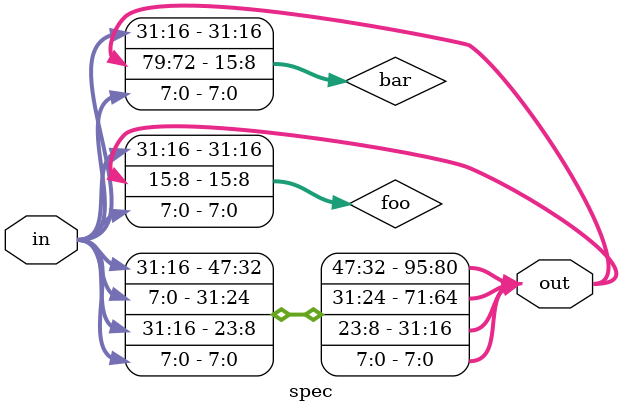
<source format=sv>

module spec (input logic [127:0] in,
	     output logic [127:0] out);

   logic [31:0] 		  foo;
   logic [31:0] 		  bar;


   assign foo[7:0] = in[7:0];

   assign foo[31:16] = in[31:16];

   always_comb bar[7:0] = in[7:0];
   always_comb bar[31:16] = in[31:16];

   assign out[31:0] = foo;

   assign out[95:64] = bar;

endmodule // spec

</source>
